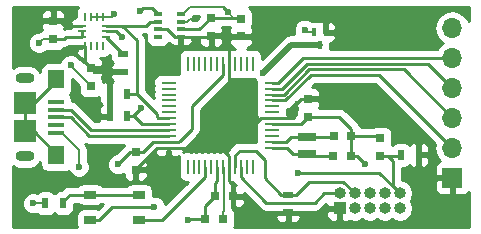
<source format=gtl>
G04 #@! TF.FileFunction,Copper,L1,Top,Signal*
%FSLAX46Y46*%
G04 Gerber Fmt 4.6, Leading zero omitted, Abs format (unit mm)*
G04 Created by KiCad (PCBNEW 4.0.6) date Tue Sep  5 19:33:10 2017*
%MOMM*%
%LPD*%
G01*
G04 APERTURE LIST*
%ADD10C,0.150000*%
%ADD11R,0.750000X0.800000*%
%ADD12R,0.800000X0.750000*%
%ADD13R,1.348740X0.398780*%
%ADD14O,1.597660X0.899160*%
%ADD15R,1.399540X1.597660*%
%ADD16R,1.899920X1.899920*%
%ADD17R,0.500000X0.900000*%
%ADD18R,0.900000X0.500000*%
%ADD19R,1.000000X1.000000*%
%ADD20O,1.000000X1.000000*%
%ADD21R,0.460000X0.650000*%
%ADD22R,1.049020X0.647700*%
%ADD23R,1.300000X0.250000*%
%ADD24R,0.250000X1.300000*%
%ADD25R,0.250000X0.675000*%
%ADD26R,0.675000X0.250000*%
%ADD27R,0.800000X0.350000*%
%ADD28R,1.500000X0.800000*%
%ADD29R,1.700000X1.700000*%
%ADD30O,1.700000X1.700000*%
%ADD31C,0.600000*%
%ADD32C,0.250000*%
%ADD33C,0.200000*%
%ADD34C,0.500000*%
%ADD35C,0.254000*%
G04 APERTURE END LIST*
D10*
D11*
X165400000Y-88350000D03*
X165400000Y-86850000D03*
D12*
X157500000Y-95100000D03*
X159000000Y-95100000D03*
X158200000Y-97000000D03*
X156700000Y-97000000D03*
D11*
X150800000Y-91350000D03*
X150800000Y-92850000D03*
X159700000Y-81550000D03*
X159700000Y-80050000D03*
X157200000Y-81500000D03*
X157200000Y-80000000D03*
X143800000Y-80250000D03*
X143800000Y-81750000D03*
X147000000Y-85750000D03*
X147000000Y-84250000D03*
D13*
X144070000Y-87104200D03*
X144070000Y-87754440D03*
X144070000Y-88402140D03*
X144070000Y-89049840D03*
X144070000Y-89700080D03*
D14*
X141400460Y-85102680D03*
X141400460Y-91701600D03*
D15*
X144070000Y-85204280D03*
X144070000Y-91600000D03*
D16*
X141395380Y-87203260D03*
X141395380Y-89601020D03*
D11*
X171500000Y-90200000D03*
X171500000Y-91700000D03*
D12*
X169000000Y-91700000D03*
X167500000Y-91700000D03*
X169050000Y-90000000D03*
X167550000Y-90000000D03*
D17*
X174750000Y-91600000D03*
X173250000Y-91600000D03*
D18*
X163700000Y-96450000D03*
X163700000Y-94950000D03*
D19*
X168060000Y-96100000D03*
D20*
X168060000Y-94830000D03*
X169330000Y-96100000D03*
X169330000Y-94830000D03*
X170600000Y-96100000D03*
X170600000Y-94830000D03*
X171870000Y-96100000D03*
X171870000Y-94830000D03*
X173140000Y-96100000D03*
X173140000Y-94830000D03*
D21*
X166900000Y-81200000D03*
X165900000Y-81200000D03*
X166400000Y-82250000D03*
D17*
X143150000Y-95700000D03*
X144650000Y-95700000D03*
X148600000Y-88300000D03*
X150100000Y-88300000D03*
X148600000Y-86400000D03*
X150100000Y-86400000D03*
D18*
X149700000Y-84550000D03*
X149700000Y-83050000D03*
D22*
X146927360Y-94951160D03*
X151072640Y-94951160D03*
X146927360Y-97100000D03*
X151072640Y-97100000D03*
D23*
X162300000Y-90981108D03*
X162300000Y-90481108D03*
X162300000Y-89981108D03*
X162300000Y-89481108D03*
X162300000Y-88981108D03*
X162300000Y-88481108D03*
X162300000Y-87981108D03*
X162300000Y-87481108D03*
X162300000Y-86981108D03*
X162300000Y-86481108D03*
X162300000Y-85981108D03*
X162300000Y-85481108D03*
D24*
X160700000Y-83881108D03*
X160200000Y-83881108D03*
X159700000Y-83881108D03*
X159200000Y-83881108D03*
X158700000Y-83881108D03*
X158200000Y-83881108D03*
X157700000Y-83881108D03*
X157200000Y-83881108D03*
X156700000Y-83881108D03*
X156200000Y-83881108D03*
X155700000Y-83881108D03*
X155200000Y-83881108D03*
D23*
X153600000Y-85481108D03*
X153600000Y-85981108D03*
X153600000Y-86481108D03*
X153600000Y-86981108D03*
X153600000Y-87481108D03*
X153600000Y-87981108D03*
X153600000Y-88481108D03*
X153600000Y-88981108D03*
X153600000Y-89481108D03*
X153600000Y-89981108D03*
X153600000Y-90481108D03*
X153600000Y-90981108D03*
D24*
X155200000Y-92581108D03*
X155700000Y-92581108D03*
X156200000Y-92581108D03*
X156700000Y-92581108D03*
X157200000Y-92581108D03*
X157700000Y-92581108D03*
X158200000Y-92581108D03*
X158700000Y-92581108D03*
X159200000Y-92581108D03*
X159700000Y-92581108D03*
X160200000Y-92581108D03*
X160700000Y-92581108D03*
D25*
X148000000Y-79875000D03*
X147500000Y-79875000D03*
X147000000Y-79875000D03*
X146500000Y-79875000D03*
D26*
X146237500Y-80637500D03*
X146237500Y-81137500D03*
X146237500Y-81637500D03*
D25*
X146500000Y-82400000D03*
X147000000Y-82400000D03*
X147500000Y-82400000D03*
X148000000Y-82400000D03*
D26*
X148262500Y-81637500D03*
X148262500Y-81137500D03*
X148262500Y-80637500D03*
D27*
X152700000Y-80950000D03*
X154600000Y-80950000D03*
X152700000Y-80300000D03*
X154600000Y-80300000D03*
X154600000Y-81600000D03*
X152700000Y-81600000D03*
X152700000Y-79650000D03*
X154600000Y-79650000D03*
D28*
X165300000Y-91550000D03*
X165300000Y-90050000D03*
D29*
X177600000Y-93540000D03*
D30*
X177600000Y-91000000D03*
X177600000Y-88460000D03*
X177600000Y-85920000D03*
X177600000Y-83380000D03*
X177600000Y-80840000D03*
D31*
X147798559Y-92513690D03*
X147338795Y-87863721D03*
X170400000Y-88200000D03*
X155935020Y-80071177D03*
X158500000Y-81600000D03*
X161590902Y-84635916D03*
X158600000Y-79525000D03*
X149300000Y-92400000D03*
X155200000Y-97100000D03*
X170200000Y-92400000D03*
X149000000Y-79700000D03*
X142600000Y-82100000D03*
X145300000Y-84000000D03*
X146000000Y-92600000D03*
X142100000Y-95700000D03*
X165100000Y-81000000D03*
X152380711Y-95974280D03*
X164500000Y-93100000D03*
X151126658Y-79414038D03*
X149600000Y-81600000D03*
X151244894Y-87655106D03*
D32*
X157444999Y-87822335D02*
X157444999Y-88500001D01*
X158700000Y-83881108D02*
X158700000Y-86567334D01*
X157444999Y-88500001D02*
X157769999Y-88825001D01*
X158700000Y-86567334D02*
X157444999Y-87822335D01*
X157769999Y-88825001D02*
X161056107Y-88825001D01*
X161056107Y-88825001D02*
X161400000Y-88481108D01*
X161400000Y-88481108D02*
X162300000Y-88481108D01*
X149700000Y-84550000D02*
X147300000Y-84550000D01*
X147300000Y-84550000D02*
X147000000Y-84250000D01*
X153600000Y-90981108D02*
X158000000Y-90981108D01*
X158000000Y-90981108D02*
X158700000Y-91681108D01*
X158700000Y-91681108D02*
X158700000Y-92581108D01*
X152700000Y-80950000D02*
X153439998Y-80950000D01*
X153439998Y-80950000D02*
X154089998Y-81600000D01*
X154089998Y-81600000D02*
X154600000Y-81600000D01*
X146450000Y-83750000D02*
X146000000Y-83300000D01*
X146500000Y-83750000D02*
X146450000Y-83750000D01*
X146500000Y-82400000D02*
X146125000Y-82400000D01*
X146125000Y-82400000D02*
X145825000Y-82700000D01*
X158700000Y-83881108D02*
X158700000Y-81800000D01*
X158700000Y-81800000D02*
X158500000Y-81600000D01*
X165400000Y-86850000D02*
X169050000Y-86850000D01*
X169050000Y-86850000D02*
X170400000Y-88200000D01*
D33*
X155935020Y-80071177D02*
X155405709Y-80071177D01*
X155405709Y-80071177D02*
X155176886Y-80300000D01*
X155176886Y-80300000D02*
X154600000Y-80300000D01*
X155905220Y-80100977D02*
X155935020Y-80071177D01*
X158500000Y-81600000D02*
X159650000Y-81600000D01*
X159650000Y-81600000D02*
X159700000Y-81550000D01*
D32*
X150800000Y-92850000D02*
X150800000Y-92825000D01*
X150800000Y-92825000D02*
X152643892Y-90981108D01*
X152643892Y-90981108D02*
X152700000Y-90981108D01*
X152700000Y-90981108D02*
X153600000Y-90981108D01*
X154600000Y-81600000D02*
X157100000Y-81600000D01*
X157100000Y-81600000D02*
X157200000Y-81500000D01*
X143800000Y-80250000D02*
X144425000Y-80250000D01*
X144425000Y-80250000D02*
X144812500Y-80637500D01*
X144812500Y-80637500D02*
X146237500Y-80637500D01*
X146500000Y-82400000D02*
X146500000Y-83750000D01*
X146500000Y-83750000D02*
X147000000Y-84250000D01*
X158700000Y-93800000D02*
X159000000Y-94100000D01*
X159000000Y-94100000D02*
X159000000Y-95100000D01*
X158700000Y-92581108D02*
X158700000Y-93800000D01*
X164300000Y-88300000D02*
X164118892Y-88481108D01*
X164118892Y-88481108D02*
X162300000Y-88481108D01*
X164300000Y-87325000D02*
X164300000Y-88300000D01*
X165400000Y-86850000D02*
X164775000Y-86850000D01*
X164775000Y-86850000D02*
X164300000Y-87325000D01*
D34*
X166400000Y-82250000D02*
X163976818Y-82250000D01*
X163976818Y-82250000D02*
X161590902Y-84635916D01*
D32*
X157200000Y-80000000D02*
X159650000Y-80000000D01*
X159650000Y-80000000D02*
X159700000Y-80050000D01*
D33*
X158600000Y-79525000D02*
X159125000Y-80050000D01*
D32*
X158166999Y-79091999D02*
X158600000Y-79525000D01*
X158200000Y-83881108D02*
X158200000Y-84847832D01*
X158200000Y-84847832D02*
X155554786Y-87493046D01*
X155554786Y-87493046D02*
X155554786Y-89386324D01*
X155554786Y-89386324D02*
X154510001Y-90431109D01*
X154500000Y-90431109D02*
X154500000Y-90481108D01*
X154510001Y-90431109D02*
X154500000Y-90431109D01*
X154500000Y-90481108D02*
X153600000Y-90481108D01*
X157200000Y-80000000D02*
X157138597Y-80000000D01*
X157138597Y-80000000D02*
X156188597Y-80950000D01*
X156188597Y-80950000D02*
X155250000Y-80950000D01*
X155250000Y-80950000D02*
X154600000Y-80950000D01*
D33*
X154600000Y-79650000D02*
X154825000Y-79650000D01*
X154825000Y-79650000D02*
X155383001Y-79091999D01*
X155383001Y-79091999D02*
X158166999Y-79091999D01*
X159125000Y-80050000D02*
X159700000Y-80050000D01*
D32*
X150800000Y-91350000D02*
X150350000Y-91350000D01*
X150350000Y-91350000D02*
X149300000Y-92400000D01*
X156700000Y-97000000D02*
X155300000Y-97000000D01*
X155300000Y-97000000D02*
X155200000Y-97100000D01*
X156700000Y-97000000D02*
X156700000Y-95900000D01*
X156700000Y-95900000D02*
X157500000Y-95100000D01*
X169000000Y-91700000D02*
X169500000Y-91700000D01*
X169500000Y-91700000D02*
X170200000Y-92400000D01*
X165400000Y-88350000D02*
X168025000Y-88350000D01*
X168025000Y-88350000D02*
X169050000Y-89375000D01*
X169050000Y-89375000D02*
X169050000Y-90000000D01*
X169050000Y-90000000D02*
X171300000Y-90000000D01*
X171300000Y-90000000D02*
X171500000Y-90200000D01*
X169050000Y-90000000D02*
X169050000Y-91650000D01*
X169050000Y-91650000D02*
X169000000Y-91700000D01*
D33*
X148000000Y-79875000D02*
X148825000Y-79875000D01*
X148825000Y-79875000D02*
X149000000Y-79700000D01*
X148000000Y-79875000D02*
X147500000Y-79875000D01*
X147000000Y-79875000D02*
X147500000Y-79875000D01*
X143800000Y-81750000D02*
X142950000Y-81750000D01*
X142950000Y-81750000D02*
X142600000Y-82100000D01*
X147000000Y-85750000D02*
X147000000Y-85725000D01*
X147000000Y-85725000D02*
X145300000Y-84025000D01*
X145300000Y-84025000D02*
X145300000Y-84000000D01*
X144070000Y-89700080D02*
X144544980Y-89700080D01*
X144544980Y-89700080D02*
X146000000Y-91155100D01*
X146000000Y-91155100D02*
X146000000Y-92600000D01*
X143150000Y-95700000D02*
X142100000Y-95700000D01*
X165900000Y-81200000D02*
X165300000Y-81200000D01*
X165300000Y-81200000D02*
X165100000Y-81000000D01*
D32*
X150800000Y-91350000D02*
X151425000Y-91350000D01*
X151425000Y-91350000D02*
X152293892Y-90481108D01*
X152293892Y-90481108D02*
X152700000Y-90481108D01*
X152700000Y-90481108D02*
X153600000Y-90481108D01*
X143800000Y-81750000D02*
X144762766Y-81750000D01*
X144879358Y-81633408D02*
X146233408Y-81633408D01*
X144762766Y-81750000D02*
X144879358Y-81633408D01*
X146233408Y-81633408D02*
X146237500Y-81637500D01*
X146237500Y-81137500D02*
X146237500Y-81637500D01*
X157700000Y-92581108D02*
X157700000Y-93793660D01*
X157500000Y-93993660D02*
X157500000Y-95100000D01*
X157700000Y-93793660D02*
X157500000Y-93993660D01*
X162300000Y-88981108D02*
X164768892Y-88981108D01*
X164768892Y-88981108D02*
X165400000Y-88350000D01*
D33*
X158200000Y-97000000D02*
X158200000Y-96425000D01*
X158200000Y-96425000D02*
X158255450Y-96369550D01*
X158255450Y-96369550D02*
X158255450Y-92636558D01*
X158255450Y-92636558D02*
X158200000Y-92581108D01*
D32*
X144370000Y-87754440D02*
X145290676Y-87754440D01*
X152700000Y-89481108D02*
X153600000Y-89481108D01*
X145290676Y-87754440D02*
X147017344Y-89481108D01*
X147017344Y-89481108D02*
X152700000Y-89481108D01*
X144370000Y-88402140D02*
X145294370Y-88402140D01*
X145294370Y-88402140D02*
X146873338Y-89981108D01*
X146873338Y-89981108D02*
X152700000Y-89981108D01*
X152700000Y-89981108D02*
X153600000Y-89981108D01*
X144070000Y-91600000D02*
X144070000Y-91522322D01*
X144070000Y-91522322D02*
X142148698Y-89601020D01*
X142148698Y-89601020D02*
X141395380Y-89601020D01*
X141395380Y-87203260D02*
X142187278Y-87203260D01*
X142187278Y-87203260D02*
X144070000Y-85320538D01*
X144070000Y-85320538D02*
X144070000Y-85204280D01*
X141395380Y-89601020D02*
X141395380Y-87203260D01*
X172570000Y-92145000D02*
X172570000Y-94260000D01*
X172570000Y-94260000D02*
X173140000Y-94830000D01*
X164500000Y-93100000D02*
X171410000Y-93100000D01*
X171410000Y-93100000D02*
X173140000Y-94830000D01*
X151956447Y-95974280D02*
X152380711Y-95974280D01*
X147701870Y-97100000D02*
X148827590Y-95974280D01*
X146927360Y-97100000D02*
X147701870Y-97100000D01*
X148827590Y-95974280D02*
X151956447Y-95974280D01*
X172570000Y-92145000D02*
X172125000Y-91700000D01*
X172125000Y-91700000D02*
X171500000Y-91700000D01*
X171500000Y-91700000D02*
X173150000Y-91700000D01*
X173150000Y-91700000D02*
X173250000Y-91600000D01*
X167500000Y-91700000D02*
X165450000Y-91700000D01*
X165450000Y-91700000D02*
X165300000Y-91550000D01*
X163581108Y-90981108D02*
X164150000Y-91550000D01*
X164150000Y-91550000D02*
X165300000Y-91550000D01*
X162300000Y-90981108D02*
X163581108Y-90981108D01*
X165300000Y-90050000D02*
X167500000Y-90050000D01*
X167500000Y-90050000D02*
X167550000Y-90000000D01*
X163518892Y-90481108D02*
X163950000Y-90050000D01*
X163950000Y-90050000D02*
X165300000Y-90050000D01*
X162300000Y-90481108D02*
X163518892Y-90481108D01*
X163700000Y-94950000D02*
X164400000Y-94950000D01*
X164400000Y-94950000D02*
X165473692Y-93876308D01*
X165473692Y-93876308D02*
X168376308Y-93876308D01*
X168376308Y-93876308D02*
X169330000Y-94830000D01*
X163700000Y-94950000D02*
X163100611Y-94950000D01*
X163100611Y-94950000D02*
X161712121Y-93561510D01*
X161712121Y-93561510D02*
X161712121Y-91987517D01*
X159599600Y-91221508D02*
X159200000Y-91621108D01*
X161712121Y-91987517D02*
X160946112Y-91221508D01*
X160946112Y-91221508D02*
X159599600Y-91221508D01*
X159200000Y-91621108D02*
X159200000Y-91681108D01*
X159200000Y-91681108D02*
X159200000Y-92581108D01*
X166782894Y-94830000D02*
X168060000Y-94830000D01*
X159700000Y-93481108D02*
X159700000Y-92581108D01*
X166782894Y-94830000D02*
X165974971Y-95637923D01*
X165974971Y-95637923D02*
X161856815Y-95637923D01*
X161856815Y-95637923D02*
X159700000Y-93481108D01*
X151072640Y-94951160D02*
X146927360Y-94951160D01*
X146927360Y-94951160D02*
X145198840Y-94951160D01*
X145198840Y-94951160D02*
X144650000Y-95500000D01*
X144650000Y-95500000D02*
X144650000Y-95700000D01*
X152700000Y-79650000D02*
X152164551Y-79114551D01*
X152164551Y-79114551D02*
X151426145Y-79114551D01*
X151426145Y-79114551D02*
X151126658Y-79414038D01*
X149600000Y-81600000D02*
X149137500Y-81137500D01*
X149137500Y-81137500D02*
X148262500Y-81137500D01*
X150100000Y-88300000D02*
X150600000Y-88300000D01*
X150600000Y-88300000D02*
X151244894Y-87655106D01*
X153600000Y-88981108D02*
X151296827Y-88981108D01*
X151296827Y-88981108D02*
X150624847Y-88309128D01*
X150624847Y-88309128D02*
X150109128Y-88309128D01*
X150109128Y-88309128D02*
X150100000Y-88300000D01*
X148262500Y-80637500D02*
X151712500Y-80637500D01*
X152050000Y-80300000D02*
X152700000Y-80300000D01*
X151712500Y-80637500D02*
X152050000Y-80300000D01*
X153600000Y-88481108D02*
X152929589Y-88481108D01*
X152929589Y-88481108D02*
X152879590Y-88431109D01*
X152879590Y-88431109D02*
X152689999Y-88431109D01*
X152689999Y-88431109D02*
X152624999Y-88366109D01*
X152624999Y-88366109D02*
X152624999Y-88151326D01*
X152624999Y-88151326D02*
X150873673Y-86400000D01*
X150873673Y-86400000D02*
X150100000Y-86400000D01*
X150100000Y-86400000D02*
X150886039Y-86400000D01*
X150886039Y-86400000D02*
X150886039Y-81886048D01*
X150886039Y-81886048D02*
X149637491Y-80637500D01*
X149637491Y-80637500D02*
X148262500Y-80637500D01*
X148262500Y-81637500D02*
X148287500Y-81637500D01*
X148287500Y-81637500D02*
X149700000Y-83050000D01*
X151072640Y-97100000D02*
X153041110Y-97100000D01*
X153041110Y-97100000D02*
X156650001Y-93491109D01*
X156650001Y-93491109D02*
X156650001Y-92631107D01*
X156650001Y-92631107D02*
X156700000Y-92581108D01*
X171400714Y-84800714D02*
X165653214Y-84800714D01*
X177600000Y-91000000D02*
X171400714Y-84800714D01*
X165653214Y-84800714D02*
X163472820Y-86981108D01*
X163200000Y-86981108D02*
X162300000Y-86981108D01*
X163472820Y-86981108D02*
X163200000Y-86981108D01*
X163200000Y-86481108D02*
X162300000Y-86481108D01*
X163336409Y-86481108D02*
X163200000Y-86481108D01*
X165466814Y-84350703D02*
X163336409Y-86481108D01*
X177600000Y-88460000D02*
X173490703Y-84350703D01*
X173490703Y-84350703D02*
X165466814Y-84350703D01*
X165280416Y-83900692D02*
X163200000Y-85981108D01*
X177600000Y-85920000D02*
X175580692Y-83900692D01*
X175580692Y-83900692D02*
X165280416Y-83900692D01*
X163200000Y-85981108D02*
X162300000Y-85981108D01*
X162300000Y-85481108D02*
X162825000Y-85481108D01*
X162825000Y-85481108D02*
X164926108Y-83380000D01*
X176397919Y-83380000D02*
X177600000Y-83380000D01*
X164926108Y-83380000D02*
X176397919Y-83380000D01*
D35*
G36*
X146582499Y-90683256D02*
X146873338Y-90741108D01*
X149819862Y-90741108D01*
X149803552Y-90821646D01*
X149160320Y-91464878D01*
X149114833Y-91464838D01*
X148771057Y-91606883D01*
X148507808Y-91869673D01*
X148365162Y-92213201D01*
X148364838Y-92585167D01*
X148506883Y-92928943D01*
X148769673Y-93192192D01*
X149113201Y-93334838D01*
X149485167Y-93335162D01*
X149790000Y-93209208D01*
X149790000Y-93376309D01*
X149886673Y-93609698D01*
X150065301Y-93788327D01*
X150298690Y-93885000D01*
X150514250Y-93885000D01*
X150673000Y-93726250D01*
X150673000Y-92977000D01*
X150927000Y-92977000D01*
X150927000Y-93726250D01*
X151085750Y-93885000D01*
X151301310Y-93885000D01*
X151534699Y-93788327D01*
X151713327Y-93609698D01*
X151810000Y-93376309D01*
X151810000Y-93135750D01*
X151651250Y-92977000D01*
X150927000Y-92977000D01*
X150673000Y-92977000D01*
X150653000Y-92977000D01*
X150653000Y-92723000D01*
X150673000Y-92723000D01*
X150673000Y-92703000D01*
X150927000Y-92703000D01*
X150927000Y-92723000D01*
X151651250Y-92723000D01*
X151810000Y-92564250D01*
X151810000Y-92323691D01*
X151713327Y-92090302D01*
X151711957Y-92088932D01*
X151754945Y-92026018D01*
X151962401Y-91887401D01*
X152403566Y-91446236D01*
X152411673Y-91465807D01*
X152590302Y-91644435D01*
X152823691Y-91741108D01*
X153314250Y-91741108D01*
X153473000Y-91582358D01*
X153473000Y-91253548D01*
X153727000Y-91253548D01*
X153727000Y-91582358D01*
X153885750Y-91741108D01*
X154376309Y-91741108D01*
X154474251Y-91700539D01*
X154427560Y-91931108D01*
X154427560Y-93231108D01*
X154471838Y-93466425D01*
X154610910Y-93682549D01*
X154823110Y-93827539D01*
X155075000Y-93878548D01*
X155187760Y-93878548D01*
X153304564Y-95761744D01*
X153173828Y-95445337D01*
X152911038Y-95182088D01*
X152567510Y-95039442D01*
X152244590Y-95039161D01*
X152244590Y-94627310D01*
X152200312Y-94391993D01*
X152061240Y-94175869D01*
X151849040Y-94030879D01*
X151597150Y-93979870D01*
X150548130Y-93979870D01*
X150312813Y-94024148D01*
X150096689Y-94163220D01*
X150077598Y-94191160D01*
X147925799Y-94191160D01*
X147915960Y-94175869D01*
X147703760Y-94030879D01*
X147451870Y-93979870D01*
X146402850Y-93979870D01*
X146167533Y-94024148D01*
X145951409Y-94163220D01*
X145932318Y-94191160D01*
X145198840Y-94191160D01*
X144908001Y-94249012D01*
X144661439Y-94413759D01*
X144472638Y-94602560D01*
X144400000Y-94602560D01*
X144164683Y-94646838D01*
X143948559Y-94785910D01*
X143900866Y-94855711D01*
X143864090Y-94798559D01*
X143651890Y-94653569D01*
X143400000Y-94602560D01*
X142900000Y-94602560D01*
X142664683Y-94646838D01*
X142448559Y-94785910D01*
X142423851Y-94822071D01*
X142286799Y-94765162D01*
X141914833Y-94764838D01*
X141571057Y-94906883D01*
X141307808Y-95169673D01*
X141165162Y-95513201D01*
X141164838Y-95885167D01*
X141306883Y-96228943D01*
X141569673Y-96492192D01*
X141913201Y-96634838D01*
X142285167Y-96635162D01*
X142421390Y-96578876D01*
X142435910Y-96601441D01*
X142648110Y-96746431D01*
X142900000Y-96797440D01*
X143400000Y-96797440D01*
X143635317Y-96753162D01*
X143851441Y-96614090D01*
X143899134Y-96544289D01*
X143935910Y-96601441D01*
X144148110Y-96746431D01*
X144400000Y-96797440D01*
X144900000Y-96797440D01*
X145135317Y-96753162D01*
X145351441Y-96614090D01*
X145496431Y-96401890D01*
X145547440Y-96150000D01*
X145547440Y-95711160D01*
X145928921Y-95711160D01*
X145938760Y-95726451D01*
X146150960Y-95871441D01*
X146402850Y-95922450D01*
X147451870Y-95922450D01*
X147687187Y-95878172D01*
X147903311Y-95739100D01*
X147922402Y-95711160D01*
X148015907Y-95711160D01*
X147573689Y-96153379D01*
X147451870Y-96128710D01*
X146402850Y-96128710D01*
X146167533Y-96172988D01*
X145951409Y-96312060D01*
X145806419Y-96524260D01*
X145755410Y-96776150D01*
X145755410Y-97423850D01*
X145799688Y-97659167D01*
X145819528Y-97690000D01*
X140410000Y-97690000D01*
X140410000Y-92571276D01*
X140608069Y-92703621D01*
X141023120Y-92786180D01*
X141777800Y-92786180D01*
X142192851Y-92703621D01*
X142544714Y-92468514D01*
X142722790Y-92202004D01*
X142722790Y-92398830D01*
X142767068Y-92634147D01*
X142906140Y-92850271D01*
X143118340Y-92995261D01*
X143370230Y-93046270D01*
X144769770Y-93046270D01*
X145005087Y-93001992D01*
X145123061Y-92926078D01*
X145206883Y-93128943D01*
X145469673Y-93392192D01*
X145813201Y-93534838D01*
X146185167Y-93535162D01*
X146528943Y-93393117D01*
X146792192Y-93130327D01*
X146934838Y-92786799D01*
X146935162Y-92414833D01*
X146793117Y-92071057D01*
X146735000Y-92012838D01*
X146735000Y-91155100D01*
X146679051Y-90873828D01*
X146526885Y-90646096D01*
X146582499Y-90683256D01*
X146582499Y-90683256D01*
G37*
X146582499Y-90683256D02*
X146873338Y-90741108D01*
X149819862Y-90741108D01*
X149803552Y-90821646D01*
X149160320Y-91464878D01*
X149114833Y-91464838D01*
X148771057Y-91606883D01*
X148507808Y-91869673D01*
X148365162Y-92213201D01*
X148364838Y-92585167D01*
X148506883Y-92928943D01*
X148769673Y-93192192D01*
X149113201Y-93334838D01*
X149485167Y-93335162D01*
X149790000Y-93209208D01*
X149790000Y-93376309D01*
X149886673Y-93609698D01*
X150065301Y-93788327D01*
X150298690Y-93885000D01*
X150514250Y-93885000D01*
X150673000Y-93726250D01*
X150673000Y-92977000D01*
X150927000Y-92977000D01*
X150927000Y-93726250D01*
X151085750Y-93885000D01*
X151301310Y-93885000D01*
X151534699Y-93788327D01*
X151713327Y-93609698D01*
X151810000Y-93376309D01*
X151810000Y-93135750D01*
X151651250Y-92977000D01*
X150927000Y-92977000D01*
X150673000Y-92977000D01*
X150653000Y-92977000D01*
X150653000Y-92723000D01*
X150673000Y-92723000D01*
X150673000Y-92703000D01*
X150927000Y-92703000D01*
X150927000Y-92723000D01*
X151651250Y-92723000D01*
X151810000Y-92564250D01*
X151810000Y-92323691D01*
X151713327Y-92090302D01*
X151711957Y-92088932D01*
X151754945Y-92026018D01*
X151962401Y-91887401D01*
X152403566Y-91446236D01*
X152411673Y-91465807D01*
X152590302Y-91644435D01*
X152823691Y-91741108D01*
X153314250Y-91741108D01*
X153473000Y-91582358D01*
X153473000Y-91253548D01*
X153727000Y-91253548D01*
X153727000Y-91582358D01*
X153885750Y-91741108D01*
X154376309Y-91741108D01*
X154474251Y-91700539D01*
X154427560Y-91931108D01*
X154427560Y-93231108D01*
X154471838Y-93466425D01*
X154610910Y-93682549D01*
X154823110Y-93827539D01*
X155075000Y-93878548D01*
X155187760Y-93878548D01*
X153304564Y-95761744D01*
X153173828Y-95445337D01*
X152911038Y-95182088D01*
X152567510Y-95039442D01*
X152244590Y-95039161D01*
X152244590Y-94627310D01*
X152200312Y-94391993D01*
X152061240Y-94175869D01*
X151849040Y-94030879D01*
X151597150Y-93979870D01*
X150548130Y-93979870D01*
X150312813Y-94024148D01*
X150096689Y-94163220D01*
X150077598Y-94191160D01*
X147925799Y-94191160D01*
X147915960Y-94175869D01*
X147703760Y-94030879D01*
X147451870Y-93979870D01*
X146402850Y-93979870D01*
X146167533Y-94024148D01*
X145951409Y-94163220D01*
X145932318Y-94191160D01*
X145198840Y-94191160D01*
X144908001Y-94249012D01*
X144661439Y-94413759D01*
X144472638Y-94602560D01*
X144400000Y-94602560D01*
X144164683Y-94646838D01*
X143948559Y-94785910D01*
X143900866Y-94855711D01*
X143864090Y-94798559D01*
X143651890Y-94653569D01*
X143400000Y-94602560D01*
X142900000Y-94602560D01*
X142664683Y-94646838D01*
X142448559Y-94785910D01*
X142423851Y-94822071D01*
X142286799Y-94765162D01*
X141914833Y-94764838D01*
X141571057Y-94906883D01*
X141307808Y-95169673D01*
X141165162Y-95513201D01*
X141164838Y-95885167D01*
X141306883Y-96228943D01*
X141569673Y-96492192D01*
X141913201Y-96634838D01*
X142285167Y-96635162D01*
X142421390Y-96578876D01*
X142435910Y-96601441D01*
X142648110Y-96746431D01*
X142900000Y-96797440D01*
X143400000Y-96797440D01*
X143635317Y-96753162D01*
X143851441Y-96614090D01*
X143899134Y-96544289D01*
X143935910Y-96601441D01*
X144148110Y-96746431D01*
X144400000Y-96797440D01*
X144900000Y-96797440D01*
X145135317Y-96753162D01*
X145351441Y-96614090D01*
X145496431Y-96401890D01*
X145547440Y-96150000D01*
X145547440Y-95711160D01*
X145928921Y-95711160D01*
X145938760Y-95726451D01*
X146150960Y-95871441D01*
X146402850Y-95922450D01*
X147451870Y-95922450D01*
X147687187Y-95878172D01*
X147903311Y-95739100D01*
X147922402Y-95711160D01*
X148015907Y-95711160D01*
X147573689Y-96153379D01*
X147451870Y-96128710D01*
X146402850Y-96128710D01*
X146167533Y-96172988D01*
X145951409Y-96312060D01*
X145806419Y-96524260D01*
X145755410Y-96776150D01*
X145755410Y-97423850D01*
X145799688Y-97659167D01*
X145819528Y-97690000D01*
X140410000Y-97690000D01*
X140410000Y-92571276D01*
X140608069Y-92703621D01*
X141023120Y-92786180D01*
X141777800Y-92786180D01*
X142192851Y-92703621D01*
X142544714Y-92468514D01*
X142722790Y-92202004D01*
X142722790Y-92398830D01*
X142767068Y-92634147D01*
X142906140Y-92850271D01*
X143118340Y-92995261D01*
X143370230Y-93046270D01*
X144769770Y-93046270D01*
X145005087Y-93001992D01*
X145123061Y-92926078D01*
X145206883Y-93128943D01*
X145469673Y-93392192D01*
X145813201Y-93534838D01*
X146185167Y-93535162D01*
X146528943Y-93393117D01*
X146792192Y-93130327D01*
X146934838Y-92786799D01*
X146935162Y-92414833D01*
X146793117Y-92071057D01*
X146735000Y-92012838D01*
X146735000Y-91155100D01*
X146679051Y-90873828D01*
X146526885Y-90646096D01*
X146582499Y-90683256D01*
G36*
X176158790Y-90633592D02*
X176085907Y-91000000D01*
X176198946Y-91568285D01*
X176520853Y-92050054D01*
X176564777Y-92079403D01*
X176390302Y-92151673D01*
X176211673Y-92330301D01*
X176115000Y-92563690D01*
X176115000Y-93254250D01*
X176273750Y-93413000D01*
X177473000Y-93413000D01*
X177473000Y-93393000D01*
X177727000Y-93393000D01*
X177727000Y-93413000D01*
X177747000Y-93413000D01*
X177747000Y-93667000D01*
X177727000Y-93667000D01*
X177727000Y-94866250D01*
X177885750Y-95025000D01*
X178576309Y-95025000D01*
X178809698Y-94928327D01*
X178988327Y-94749699D01*
X178990000Y-94745660D01*
X178990000Y-97690000D01*
X159153310Y-97690000D01*
X159196431Y-97626890D01*
X159247440Y-97375000D01*
X159247440Y-96733750D01*
X162615000Y-96733750D01*
X162615000Y-96826309D01*
X162711673Y-97059698D01*
X162890301Y-97238327D01*
X163123690Y-97335000D01*
X163414250Y-97335000D01*
X163573000Y-97176250D01*
X163573000Y-96575000D01*
X163827000Y-96575000D01*
X163827000Y-97176250D01*
X163985750Y-97335000D01*
X164276310Y-97335000D01*
X164509699Y-97238327D01*
X164688327Y-97059698D01*
X164785000Y-96826309D01*
X164785000Y-96733750D01*
X164626250Y-96575000D01*
X163827000Y-96575000D01*
X163573000Y-96575000D01*
X162773750Y-96575000D01*
X162615000Y-96733750D01*
X159247440Y-96733750D01*
X159247440Y-96625000D01*
X159203162Y-96389683D01*
X159064090Y-96173559D01*
X158990450Y-96123243D01*
X158990450Y-95227000D01*
X159127000Y-95227000D01*
X159127000Y-95951250D01*
X159285750Y-96110000D01*
X159526309Y-96110000D01*
X159759698Y-96013327D01*
X159938327Y-95834699D01*
X160035000Y-95601310D01*
X160035000Y-95385750D01*
X159876250Y-95227000D01*
X159127000Y-95227000D01*
X158990450Y-95227000D01*
X158990450Y-93861426D01*
X159068154Y-93877162D01*
X159162599Y-94018509D01*
X159259920Y-94115830D01*
X159127000Y-94248750D01*
X159127000Y-94973000D01*
X159876250Y-94973000D01*
X159996670Y-94852580D01*
X161319414Y-96175324D01*
X161565976Y-96340071D01*
X161856815Y-96397923D01*
X165974971Y-96397923D01*
X166036168Y-96385750D01*
X166925000Y-96385750D01*
X166925000Y-96726309D01*
X167021673Y-96959698D01*
X167200301Y-97138327D01*
X167433690Y-97235000D01*
X167774250Y-97235000D01*
X167933000Y-97076250D01*
X167933000Y-96227000D01*
X167083750Y-96227000D01*
X166925000Y-96385750D01*
X166036168Y-96385750D01*
X166265810Y-96340071D01*
X166512372Y-96175324D01*
X166925000Y-95762696D01*
X166925000Y-95814250D01*
X167083750Y-95973000D01*
X167933000Y-95973000D01*
X167933000Y-95961974D01*
X168060000Y-95987236D01*
X168187000Y-95961974D01*
X168187000Y-95973000D01*
X168207000Y-95973000D01*
X168207000Y-96017436D01*
X168195000Y-96077764D01*
X168195000Y-96122236D01*
X168207000Y-96182564D01*
X168207000Y-96227000D01*
X168187000Y-96227000D01*
X168187000Y-97076250D01*
X168345750Y-97235000D01*
X168686310Y-97235000D01*
X168874818Y-97156917D01*
X168895654Y-97170839D01*
X169330000Y-97257236D01*
X169764346Y-97170839D01*
X169965000Y-97036766D01*
X170165654Y-97170839D01*
X170600000Y-97257236D01*
X171034346Y-97170839D01*
X171235000Y-97036766D01*
X171435654Y-97170839D01*
X171870000Y-97257236D01*
X172304346Y-97170839D01*
X172505000Y-97036766D01*
X172705654Y-97170839D01*
X173140000Y-97257236D01*
X173574346Y-97170839D01*
X173942566Y-96924802D01*
X174188603Y-96556582D01*
X174275000Y-96122236D01*
X174275000Y-96077764D01*
X174188603Y-95643418D01*
X174069388Y-95465000D01*
X174188603Y-95286582D01*
X174275000Y-94852236D01*
X174275000Y-94807764D01*
X174188603Y-94373418D01*
X173942566Y-94005198D01*
X173674004Y-93825750D01*
X176115000Y-93825750D01*
X176115000Y-94516310D01*
X176211673Y-94749699D01*
X176390302Y-94928327D01*
X176623691Y-95025000D01*
X177314250Y-95025000D01*
X177473000Y-94866250D01*
X177473000Y-93667000D01*
X176273750Y-93667000D01*
X176115000Y-93825750D01*
X173674004Y-93825750D01*
X173574346Y-93759161D01*
X173330000Y-93710557D01*
X173330000Y-92697440D01*
X173500000Y-92697440D01*
X173735317Y-92653162D01*
X173951441Y-92514090D01*
X173997969Y-92445994D01*
X174140302Y-92588327D01*
X174373691Y-92685000D01*
X174466250Y-92685000D01*
X174625000Y-92526250D01*
X174625000Y-91727000D01*
X174875000Y-91727000D01*
X174875000Y-92526250D01*
X175033750Y-92685000D01*
X175126309Y-92685000D01*
X175359698Y-92588327D01*
X175538327Y-92409699D01*
X175635000Y-92176310D01*
X175635000Y-91885750D01*
X175476250Y-91727000D01*
X174875000Y-91727000D01*
X174625000Y-91727000D01*
X174603000Y-91727000D01*
X174603000Y-91473000D01*
X174625000Y-91473000D01*
X174625000Y-90673750D01*
X174875000Y-90673750D01*
X174875000Y-91473000D01*
X175476250Y-91473000D01*
X175635000Y-91314250D01*
X175635000Y-91023690D01*
X175538327Y-90790301D01*
X175359698Y-90611673D01*
X175126309Y-90515000D01*
X175033750Y-90515000D01*
X174875000Y-90673750D01*
X174625000Y-90673750D01*
X174466250Y-90515000D01*
X174373691Y-90515000D01*
X174140302Y-90611673D01*
X173999064Y-90752910D01*
X173964090Y-90698559D01*
X173751890Y-90553569D01*
X173500000Y-90502560D01*
X173000000Y-90502560D01*
X172764683Y-90546838D01*
X172548559Y-90685910D01*
X172486713Y-90776424D01*
X172522440Y-90600000D01*
X172522440Y-89800000D01*
X172478162Y-89564683D01*
X172339090Y-89348559D01*
X172126890Y-89203569D01*
X171875000Y-89152560D01*
X171125000Y-89152560D01*
X170889683Y-89196838D01*
X170822607Y-89240000D01*
X169956844Y-89240000D01*
X169914090Y-89173559D01*
X169726018Y-89045055D01*
X169587401Y-88837599D01*
X168562401Y-87812599D01*
X168315839Y-87647852D01*
X168025000Y-87590000D01*
X166321486Y-87590000D01*
X166410000Y-87376309D01*
X166410000Y-87135750D01*
X166251250Y-86977000D01*
X165527000Y-86977000D01*
X165527000Y-86997000D01*
X165273000Y-86997000D01*
X165273000Y-86977000D01*
X165253000Y-86977000D01*
X165253000Y-86723000D01*
X165273000Y-86723000D01*
X165273000Y-86703000D01*
X165527000Y-86703000D01*
X165527000Y-86723000D01*
X166251250Y-86723000D01*
X166410000Y-86564250D01*
X166410000Y-86323691D01*
X166313327Y-86090302D01*
X166134699Y-85911673D01*
X165901310Y-85815000D01*
X165713730Y-85815000D01*
X165968016Y-85560714D01*
X171085912Y-85560714D01*
X176158790Y-90633592D01*
X176158790Y-90633592D01*
G37*
X176158790Y-90633592D02*
X176085907Y-91000000D01*
X176198946Y-91568285D01*
X176520853Y-92050054D01*
X176564777Y-92079403D01*
X176390302Y-92151673D01*
X176211673Y-92330301D01*
X176115000Y-92563690D01*
X176115000Y-93254250D01*
X176273750Y-93413000D01*
X177473000Y-93413000D01*
X177473000Y-93393000D01*
X177727000Y-93393000D01*
X177727000Y-93413000D01*
X177747000Y-93413000D01*
X177747000Y-93667000D01*
X177727000Y-93667000D01*
X177727000Y-94866250D01*
X177885750Y-95025000D01*
X178576309Y-95025000D01*
X178809698Y-94928327D01*
X178988327Y-94749699D01*
X178990000Y-94745660D01*
X178990000Y-97690000D01*
X159153310Y-97690000D01*
X159196431Y-97626890D01*
X159247440Y-97375000D01*
X159247440Y-96733750D01*
X162615000Y-96733750D01*
X162615000Y-96826309D01*
X162711673Y-97059698D01*
X162890301Y-97238327D01*
X163123690Y-97335000D01*
X163414250Y-97335000D01*
X163573000Y-97176250D01*
X163573000Y-96575000D01*
X163827000Y-96575000D01*
X163827000Y-97176250D01*
X163985750Y-97335000D01*
X164276310Y-97335000D01*
X164509699Y-97238327D01*
X164688327Y-97059698D01*
X164785000Y-96826309D01*
X164785000Y-96733750D01*
X164626250Y-96575000D01*
X163827000Y-96575000D01*
X163573000Y-96575000D01*
X162773750Y-96575000D01*
X162615000Y-96733750D01*
X159247440Y-96733750D01*
X159247440Y-96625000D01*
X159203162Y-96389683D01*
X159064090Y-96173559D01*
X158990450Y-96123243D01*
X158990450Y-95227000D01*
X159127000Y-95227000D01*
X159127000Y-95951250D01*
X159285750Y-96110000D01*
X159526309Y-96110000D01*
X159759698Y-96013327D01*
X159938327Y-95834699D01*
X160035000Y-95601310D01*
X160035000Y-95385750D01*
X159876250Y-95227000D01*
X159127000Y-95227000D01*
X158990450Y-95227000D01*
X158990450Y-93861426D01*
X159068154Y-93877162D01*
X159162599Y-94018509D01*
X159259920Y-94115830D01*
X159127000Y-94248750D01*
X159127000Y-94973000D01*
X159876250Y-94973000D01*
X159996670Y-94852580D01*
X161319414Y-96175324D01*
X161565976Y-96340071D01*
X161856815Y-96397923D01*
X165974971Y-96397923D01*
X166036168Y-96385750D01*
X166925000Y-96385750D01*
X166925000Y-96726309D01*
X167021673Y-96959698D01*
X167200301Y-97138327D01*
X167433690Y-97235000D01*
X167774250Y-97235000D01*
X167933000Y-97076250D01*
X167933000Y-96227000D01*
X167083750Y-96227000D01*
X166925000Y-96385750D01*
X166036168Y-96385750D01*
X166265810Y-96340071D01*
X166512372Y-96175324D01*
X166925000Y-95762696D01*
X166925000Y-95814250D01*
X167083750Y-95973000D01*
X167933000Y-95973000D01*
X167933000Y-95961974D01*
X168060000Y-95987236D01*
X168187000Y-95961974D01*
X168187000Y-95973000D01*
X168207000Y-95973000D01*
X168207000Y-96017436D01*
X168195000Y-96077764D01*
X168195000Y-96122236D01*
X168207000Y-96182564D01*
X168207000Y-96227000D01*
X168187000Y-96227000D01*
X168187000Y-97076250D01*
X168345750Y-97235000D01*
X168686310Y-97235000D01*
X168874818Y-97156917D01*
X168895654Y-97170839D01*
X169330000Y-97257236D01*
X169764346Y-97170839D01*
X169965000Y-97036766D01*
X170165654Y-97170839D01*
X170600000Y-97257236D01*
X171034346Y-97170839D01*
X171235000Y-97036766D01*
X171435654Y-97170839D01*
X171870000Y-97257236D01*
X172304346Y-97170839D01*
X172505000Y-97036766D01*
X172705654Y-97170839D01*
X173140000Y-97257236D01*
X173574346Y-97170839D01*
X173942566Y-96924802D01*
X174188603Y-96556582D01*
X174275000Y-96122236D01*
X174275000Y-96077764D01*
X174188603Y-95643418D01*
X174069388Y-95465000D01*
X174188603Y-95286582D01*
X174275000Y-94852236D01*
X174275000Y-94807764D01*
X174188603Y-94373418D01*
X173942566Y-94005198D01*
X173674004Y-93825750D01*
X176115000Y-93825750D01*
X176115000Y-94516310D01*
X176211673Y-94749699D01*
X176390302Y-94928327D01*
X176623691Y-95025000D01*
X177314250Y-95025000D01*
X177473000Y-94866250D01*
X177473000Y-93667000D01*
X176273750Y-93667000D01*
X176115000Y-93825750D01*
X173674004Y-93825750D01*
X173574346Y-93759161D01*
X173330000Y-93710557D01*
X173330000Y-92697440D01*
X173500000Y-92697440D01*
X173735317Y-92653162D01*
X173951441Y-92514090D01*
X173997969Y-92445994D01*
X174140302Y-92588327D01*
X174373691Y-92685000D01*
X174466250Y-92685000D01*
X174625000Y-92526250D01*
X174625000Y-91727000D01*
X174875000Y-91727000D01*
X174875000Y-92526250D01*
X175033750Y-92685000D01*
X175126309Y-92685000D01*
X175359698Y-92588327D01*
X175538327Y-92409699D01*
X175635000Y-92176310D01*
X175635000Y-91885750D01*
X175476250Y-91727000D01*
X174875000Y-91727000D01*
X174625000Y-91727000D01*
X174603000Y-91727000D01*
X174603000Y-91473000D01*
X174625000Y-91473000D01*
X174625000Y-90673750D01*
X174875000Y-90673750D01*
X174875000Y-91473000D01*
X175476250Y-91473000D01*
X175635000Y-91314250D01*
X175635000Y-91023690D01*
X175538327Y-90790301D01*
X175359698Y-90611673D01*
X175126309Y-90515000D01*
X175033750Y-90515000D01*
X174875000Y-90673750D01*
X174625000Y-90673750D01*
X174466250Y-90515000D01*
X174373691Y-90515000D01*
X174140302Y-90611673D01*
X173999064Y-90752910D01*
X173964090Y-90698559D01*
X173751890Y-90553569D01*
X173500000Y-90502560D01*
X173000000Y-90502560D01*
X172764683Y-90546838D01*
X172548559Y-90685910D01*
X172486713Y-90776424D01*
X172522440Y-90600000D01*
X172522440Y-89800000D01*
X172478162Y-89564683D01*
X172339090Y-89348559D01*
X172126890Y-89203569D01*
X171875000Y-89152560D01*
X171125000Y-89152560D01*
X170889683Y-89196838D01*
X170822607Y-89240000D01*
X169956844Y-89240000D01*
X169914090Y-89173559D01*
X169726018Y-89045055D01*
X169587401Y-88837599D01*
X168562401Y-87812599D01*
X168315839Y-87647852D01*
X168025000Y-87590000D01*
X166321486Y-87590000D01*
X166410000Y-87376309D01*
X166410000Y-87135750D01*
X166251250Y-86977000D01*
X165527000Y-86977000D01*
X165527000Y-86997000D01*
X165273000Y-86997000D01*
X165273000Y-86977000D01*
X165253000Y-86977000D01*
X165253000Y-86723000D01*
X165273000Y-86723000D01*
X165273000Y-86703000D01*
X165527000Y-86703000D01*
X165527000Y-86723000D01*
X166251250Y-86723000D01*
X166410000Y-86564250D01*
X166410000Y-86323691D01*
X166313327Y-86090302D01*
X166134699Y-85911673D01*
X165901310Y-85815000D01*
X165713730Y-85815000D01*
X165968016Y-85560714D01*
X171085912Y-85560714D01*
X176158790Y-90633592D01*
G36*
X158921250Y-85166108D02*
X158951310Y-85166108D01*
X158971753Y-85157640D01*
X159075000Y-85178548D01*
X159325000Y-85178548D01*
X159454589Y-85154164D01*
X159575000Y-85178548D01*
X159825000Y-85178548D01*
X159954589Y-85154164D01*
X160075000Y-85178548D01*
X160325000Y-85178548D01*
X160454589Y-85154164D01*
X160575000Y-85178548D01*
X160811450Y-85178548D01*
X161002560Y-85369992D01*
X161002560Y-85606108D01*
X161026944Y-85735697D01*
X161002560Y-85856108D01*
X161002560Y-86106108D01*
X161026944Y-86235697D01*
X161002560Y-86356108D01*
X161002560Y-86606108D01*
X161026944Y-86735697D01*
X161002560Y-86856108D01*
X161002560Y-87106108D01*
X161026944Y-87235697D01*
X161002560Y-87356108D01*
X161002560Y-87606108D01*
X161026944Y-87735697D01*
X161002560Y-87856108D01*
X161002560Y-88106108D01*
X161022450Y-88211813D01*
X161015000Y-88229798D01*
X161015000Y-88259858D01*
X161035312Y-88280170D01*
X161046838Y-88341425D01*
X161137190Y-88481835D01*
X161053569Y-88604218D01*
X161038442Y-88678916D01*
X161015000Y-88702358D01*
X161015000Y-88732418D01*
X161023468Y-88752861D01*
X161002560Y-88856108D01*
X161002560Y-89106108D01*
X161026944Y-89235697D01*
X161002560Y-89356108D01*
X161002560Y-89606108D01*
X161026944Y-89735697D01*
X161002560Y-89856108D01*
X161002560Y-90106108D01*
X161026944Y-90235697D01*
X161002560Y-90356108D01*
X161002560Y-90472736D01*
X160946112Y-90461508D01*
X159599600Y-90461508D01*
X159308761Y-90519360D01*
X159062199Y-90684107D01*
X158662599Y-91083707D01*
X158504678Y-91320054D01*
X158502192Y-91319550D01*
X158478750Y-91296108D01*
X158448690Y-91296108D01*
X158428247Y-91304576D01*
X158325000Y-91283668D01*
X158075000Y-91283668D01*
X157945411Y-91308052D01*
X157825000Y-91283668D01*
X157575000Y-91283668D01*
X157445411Y-91308052D01*
X157325000Y-91283668D01*
X157075000Y-91283668D01*
X156945411Y-91308052D01*
X156825000Y-91283668D01*
X156575000Y-91283668D01*
X156445411Y-91308052D01*
X156325000Y-91283668D01*
X156075000Y-91283668D01*
X155945411Y-91308052D01*
X155825000Y-91283668D01*
X155575000Y-91283668D01*
X155445411Y-91308052D01*
X155325000Y-91283668D01*
X155075000Y-91283668D01*
X154845917Y-91326773D01*
X154885000Y-91232418D01*
X154885000Y-91202358D01*
X154835834Y-91153192D01*
X155037401Y-91018509D01*
X155117943Y-90897969D01*
X156092187Y-89923725D01*
X156256934Y-89677163D01*
X156314786Y-89386324D01*
X156314786Y-87807848D01*
X158737401Y-85385233D01*
X158898809Y-85143667D01*
X158921250Y-85166108D01*
X158921250Y-85166108D01*
G37*
X158921250Y-85166108D02*
X158951310Y-85166108D01*
X158971753Y-85157640D01*
X159075000Y-85178548D01*
X159325000Y-85178548D01*
X159454589Y-85154164D01*
X159575000Y-85178548D01*
X159825000Y-85178548D01*
X159954589Y-85154164D01*
X160075000Y-85178548D01*
X160325000Y-85178548D01*
X160454589Y-85154164D01*
X160575000Y-85178548D01*
X160811450Y-85178548D01*
X161002560Y-85369992D01*
X161002560Y-85606108D01*
X161026944Y-85735697D01*
X161002560Y-85856108D01*
X161002560Y-86106108D01*
X161026944Y-86235697D01*
X161002560Y-86356108D01*
X161002560Y-86606108D01*
X161026944Y-86735697D01*
X161002560Y-86856108D01*
X161002560Y-87106108D01*
X161026944Y-87235697D01*
X161002560Y-87356108D01*
X161002560Y-87606108D01*
X161026944Y-87735697D01*
X161002560Y-87856108D01*
X161002560Y-88106108D01*
X161022450Y-88211813D01*
X161015000Y-88229798D01*
X161015000Y-88259858D01*
X161035312Y-88280170D01*
X161046838Y-88341425D01*
X161137190Y-88481835D01*
X161053569Y-88604218D01*
X161038442Y-88678916D01*
X161015000Y-88702358D01*
X161015000Y-88732418D01*
X161023468Y-88752861D01*
X161002560Y-88856108D01*
X161002560Y-89106108D01*
X161026944Y-89235697D01*
X161002560Y-89356108D01*
X161002560Y-89606108D01*
X161026944Y-89735697D01*
X161002560Y-89856108D01*
X161002560Y-90106108D01*
X161026944Y-90235697D01*
X161002560Y-90356108D01*
X161002560Y-90472736D01*
X160946112Y-90461508D01*
X159599600Y-90461508D01*
X159308761Y-90519360D01*
X159062199Y-90684107D01*
X158662599Y-91083707D01*
X158504678Y-91320054D01*
X158502192Y-91319550D01*
X158478750Y-91296108D01*
X158448690Y-91296108D01*
X158428247Y-91304576D01*
X158325000Y-91283668D01*
X158075000Y-91283668D01*
X157945411Y-91308052D01*
X157825000Y-91283668D01*
X157575000Y-91283668D01*
X157445411Y-91308052D01*
X157325000Y-91283668D01*
X157075000Y-91283668D01*
X156945411Y-91308052D01*
X156825000Y-91283668D01*
X156575000Y-91283668D01*
X156445411Y-91308052D01*
X156325000Y-91283668D01*
X156075000Y-91283668D01*
X155945411Y-91308052D01*
X155825000Y-91283668D01*
X155575000Y-91283668D01*
X155445411Y-91308052D01*
X155325000Y-91283668D01*
X155075000Y-91283668D01*
X154845917Y-91326773D01*
X154885000Y-91232418D01*
X154885000Y-91202358D01*
X154835834Y-91153192D01*
X155037401Y-91018509D01*
X155117943Y-90897969D01*
X156092187Y-89923725D01*
X156256934Y-89677163D01*
X156314786Y-89386324D01*
X156314786Y-87807848D01*
X158737401Y-85385233D01*
X158898809Y-85143667D01*
X158921250Y-85166108D01*
G36*
X148602560Y-83300000D02*
X148646838Y-83535317D01*
X148785910Y-83751441D01*
X148854006Y-83797969D01*
X148711673Y-83940302D01*
X148615000Y-84173691D01*
X148615000Y-84266250D01*
X148773750Y-84425000D01*
X149573000Y-84425000D01*
X149573000Y-84403000D01*
X149827000Y-84403000D01*
X149827000Y-84425000D01*
X149847000Y-84425000D01*
X149847000Y-84675000D01*
X149827000Y-84675000D01*
X149827000Y-84697000D01*
X149573000Y-84697000D01*
X149573000Y-84675000D01*
X148773750Y-84675000D01*
X148615000Y-84833750D01*
X148615000Y-84926309D01*
X148711673Y-85159698D01*
X148875362Y-85323388D01*
X148725000Y-85473750D01*
X148725000Y-86273000D01*
X148747000Y-86273000D01*
X148747000Y-86527000D01*
X148725000Y-86527000D01*
X148725000Y-87326250D01*
X148748750Y-87350000D01*
X148725000Y-87373750D01*
X148725000Y-88173000D01*
X148747000Y-88173000D01*
X148747000Y-88427000D01*
X148725000Y-88427000D01*
X148725000Y-88447000D01*
X148475000Y-88447000D01*
X148475000Y-88427000D01*
X147873750Y-88427000D01*
X147715000Y-88585750D01*
X147715000Y-88721108D01*
X147332146Y-88721108D01*
X145828077Y-87217039D01*
X145581515Y-87052292D01*
X145391810Y-87014557D01*
X145391810Y-86904810D01*
X145347532Y-86669493D01*
X145218488Y-86468952D01*
X145221211Y-86467200D01*
X145366201Y-86255000D01*
X145417210Y-86003110D01*
X145417210Y-85181656D01*
X145977560Y-85742007D01*
X145977560Y-86150000D01*
X146021838Y-86385317D01*
X146160910Y-86601441D01*
X146373110Y-86746431D01*
X146625000Y-86797440D01*
X147375000Y-86797440D01*
X147610317Y-86753162D01*
X147715000Y-86685800D01*
X147715000Y-86976310D01*
X147811673Y-87209699D01*
X147951975Y-87350000D01*
X147811673Y-87490301D01*
X147715000Y-87723690D01*
X147715000Y-88014250D01*
X147873750Y-88173000D01*
X148475000Y-88173000D01*
X148475000Y-87373750D01*
X148451250Y-87350000D01*
X148475000Y-87326250D01*
X148475000Y-86527000D01*
X148453000Y-86527000D01*
X148453000Y-86273000D01*
X148475000Y-86273000D01*
X148475000Y-85473750D01*
X148316250Y-85315000D01*
X148223691Y-85315000D01*
X148022440Y-85398361D01*
X148022440Y-85350000D01*
X147978162Y-85114683D01*
X147911671Y-85011354D01*
X147913327Y-85009698D01*
X148010000Y-84776309D01*
X148010000Y-84535750D01*
X147851250Y-84377000D01*
X147127000Y-84377000D01*
X147127000Y-84397000D01*
X146873000Y-84397000D01*
X146873000Y-84377000D01*
X146853000Y-84377000D01*
X146853000Y-84123000D01*
X146873000Y-84123000D01*
X146873000Y-84103000D01*
X147127000Y-84103000D01*
X147127000Y-84123000D01*
X147851250Y-84123000D01*
X148010000Y-83964250D01*
X148010000Y-83723691D01*
X147913327Y-83490302D01*
X147790944Y-83367918D01*
X147875000Y-83384940D01*
X148125000Y-83384940D01*
X148360317Y-83340662D01*
X148576441Y-83201590D01*
X148602560Y-83163364D01*
X148602560Y-83300000D01*
X148602560Y-83300000D01*
G37*
X148602560Y-83300000D02*
X148646838Y-83535317D01*
X148785910Y-83751441D01*
X148854006Y-83797969D01*
X148711673Y-83940302D01*
X148615000Y-84173691D01*
X148615000Y-84266250D01*
X148773750Y-84425000D01*
X149573000Y-84425000D01*
X149573000Y-84403000D01*
X149827000Y-84403000D01*
X149827000Y-84425000D01*
X149847000Y-84425000D01*
X149847000Y-84675000D01*
X149827000Y-84675000D01*
X149827000Y-84697000D01*
X149573000Y-84697000D01*
X149573000Y-84675000D01*
X148773750Y-84675000D01*
X148615000Y-84833750D01*
X148615000Y-84926309D01*
X148711673Y-85159698D01*
X148875362Y-85323388D01*
X148725000Y-85473750D01*
X148725000Y-86273000D01*
X148747000Y-86273000D01*
X148747000Y-86527000D01*
X148725000Y-86527000D01*
X148725000Y-87326250D01*
X148748750Y-87350000D01*
X148725000Y-87373750D01*
X148725000Y-88173000D01*
X148747000Y-88173000D01*
X148747000Y-88427000D01*
X148725000Y-88427000D01*
X148725000Y-88447000D01*
X148475000Y-88447000D01*
X148475000Y-88427000D01*
X147873750Y-88427000D01*
X147715000Y-88585750D01*
X147715000Y-88721108D01*
X147332146Y-88721108D01*
X145828077Y-87217039D01*
X145581515Y-87052292D01*
X145391810Y-87014557D01*
X145391810Y-86904810D01*
X145347532Y-86669493D01*
X145218488Y-86468952D01*
X145221211Y-86467200D01*
X145366201Y-86255000D01*
X145417210Y-86003110D01*
X145417210Y-85181656D01*
X145977560Y-85742007D01*
X145977560Y-86150000D01*
X146021838Y-86385317D01*
X146160910Y-86601441D01*
X146373110Y-86746431D01*
X146625000Y-86797440D01*
X147375000Y-86797440D01*
X147610317Y-86753162D01*
X147715000Y-86685800D01*
X147715000Y-86976310D01*
X147811673Y-87209699D01*
X147951975Y-87350000D01*
X147811673Y-87490301D01*
X147715000Y-87723690D01*
X147715000Y-88014250D01*
X147873750Y-88173000D01*
X148475000Y-88173000D01*
X148475000Y-87373750D01*
X148451250Y-87350000D01*
X148475000Y-87326250D01*
X148475000Y-86527000D01*
X148453000Y-86527000D01*
X148453000Y-86273000D01*
X148475000Y-86273000D01*
X148475000Y-85473750D01*
X148316250Y-85315000D01*
X148223691Y-85315000D01*
X148022440Y-85398361D01*
X148022440Y-85350000D01*
X147978162Y-85114683D01*
X147911671Y-85011354D01*
X147913327Y-85009698D01*
X148010000Y-84776309D01*
X148010000Y-84535750D01*
X147851250Y-84377000D01*
X147127000Y-84377000D01*
X147127000Y-84397000D01*
X146873000Y-84397000D01*
X146873000Y-84377000D01*
X146853000Y-84377000D01*
X146853000Y-84123000D01*
X146873000Y-84123000D01*
X146873000Y-84103000D01*
X147127000Y-84103000D01*
X147127000Y-84123000D01*
X147851250Y-84123000D01*
X148010000Y-83964250D01*
X148010000Y-83723691D01*
X147913327Y-83490302D01*
X147790944Y-83367918D01*
X147875000Y-83384940D01*
X148125000Y-83384940D01*
X148360317Y-83340662D01*
X148576441Y-83201590D01*
X148602560Y-83163364D01*
X148602560Y-83300000D01*
G36*
X164390000Y-87376309D02*
X164486673Y-87609698D01*
X164488043Y-87611068D01*
X164428569Y-87698110D01*
X164377560Y-87950000D01*
X164377560Y-88221108D01*
X163581400Y-88221108D01*
X163576532Y-88209355D01*
X163597440Y-88106108D01*
X163597440Y-87856108D01*
X163573056Y-87726519D01*
X163574185Y-87720945D01*
X163763659Y-87683256D01*
X164010221Y-87518509D01*
X164390000Y-87138730D01*
X164390000Y-87376309D01*
X164390000Y-87376309D01*
G37*
X164390000Y-87376309D02*
X164486673Y-87609698D01*
X164488043Y-87611068D01*
X164428569Y-87698110D01*
X164377560Y-87950000D01*
X164377560Y-88221108D01*
X163581400Y-88221108D01*
X163576532Y-88209355D01*
X163597440Y-88106108D01*
X163597440Y-87856108D01*
X163573056Y-87726519D01*
X163574185Y-87720945D01*
X163763659Y-87683256D01*
X164010221Y-87518509D01*
X164390000Y-87138730D01*
X164390000Y-87376309D01*
G36*
X178990000Y-80255171D02*
X178679147Y-79789946D01*
X178197378Y-79468039D01*
X177629093Y-79355000D01*
X177570907Y-79355000D01*
X177002622Y-79468039D01*
X176520853Y-79789946D01*
X176198946Y-80271715D01*
X176085907Y-80840000D01*
X176198946Y-81408285D01*
X176520853Y-81890054D01*
X176850026Y-82110000D01*
X176520853Y-82329946D01*
X176327046Y-82620000D01*
X167268327Y-82620000D01*
X167277440Y-82575000D01*
X167277440Y-82288006D01*
X167285000Y-82250000D01*
X167277440Y-82211994D01*
X167277440Y-82151247D01*
X167489698Y-82063327D01*
X167668327Y-81884699D01*
X167765000Y-81651310D01*
X167765000Y-81485750D01*
X167606250Y-81327000D01*
X167015000Y-81327000D01*
X167015000Y-81347000D01*
X166908865Y-81347000D01*
X166881890Y-81328569D01*
X166777440Y-81307417D01*
X166777440Y-81073000D01*
X166785000Y-81073000D01*
X166785000Y-80398750D01*
X167015000Y-80398750D01*
X167015000Y-81073000D01*
X167606250Y-81073000D01*
X167765000Y-80914250D01*
X167765000Y-80748690D01*
X167668327Y-80515301D01*
X167489698Y-80336673D01*
X167256309Y-80240000D01*
X167173750Y-80240000D01*
X167015000Y-80398750D01*
X166785000Y-80398750D01*
X166626250Y-80240000D01*
X166543691Y-80240000D01*
X166407814Y-80296282D01*
X166381890Y-80278569D01*
X166130000Y-80227560D01*
X165670000Y-80227560D01*
X165653200Y-80230721D01*
X165630327Y-80207808D01*
X165286799Y-80065162D01*
X164914833Y-80064838D01*
X164571057Y-80206883D01*
X164307808Y-80469673D01*
X164165162Y-80813201D01*
X164164838Y-81185167D01*
X164239143Y-81365000D01*
X163976823Y-81365000D01*
X163976818Y-81364999D01*
X163694334Y-81421190D01*
X163638143Y-81432367D01*
X163351028Y-81624210D01*
X163351026Y-81624213D01*
X161472440Y-83502798D01*
X161472440Y-83231108D01*
X161428162Y-82995791D01*
X161289090Y-82779667D01*
X161076890Y-82634677D01*
X160825000Y-82583668D01*
X160575000Y-82583668D01*
X160445411Y-82608052D01*
X160325000Y-82583668D01*
X160204526Y-82583668D01*
X160434699Y-82488327D01*
X160613327Y-82309698D01*
X160710000Y-82076309D01*
X160710000Y-81835750D01*
X160551250Y-81677000D01*
X159827000Y-81677000D01*
X159827000Y-81697000D01*
X159573000Y-81697000D01*
X159573000Y-81677000D01*
X158848750Y-81677000D01*
X158690000Y-81835750D01*
X158690000Y-82076309D01*
X158786673Y-82309698D01*
X158965301Y-82488327D01*
X159195474Y-82583668D01*
X159075000Y-82583668D01*
X158969295Y-82603558D01*
X158951310Y-82596108D01*
X158921250Y-82596108D01*
X158900938Y-82616420D01*
X158839683Y-82627946D01*
X158699273Y-82718298D01*
X158576890Y-82634677D01*
X158502192Y-82619550D01*
X158478750Y-82596108D01*
X158448690Y-82596108D01*
X158428247Y-82604576D01*
X158325000Y-82583668D01*
X158075000Y-82583668D01*
X157945411Y-82608052D01*
X157825000Y-82583668D01*
X157575000Y-82583668D01*
X157445411Y-82608052D01*
X157325000Y-82583668D01*
X157075000Y-82583668D01*
X156945411Y-82608052D01*
X156825000Y-82583668D01*
X156575000Y-82583668D01*
X156445411Y-82608052D01*
X156325000Y-82583668D01*
X156075000Y-82583668D01*
X155945411Y-82608052D01*
X155825000Y-82583668D01*
X155575000Y-82583668D01*
X155445411Y-82608052D01*
X155325000Y-82583668D01*
X155075000Y-82583668D01*
X154839683Y-82627946D01*
X154623559Y-82767018D01*
X154478569Y-82979218D01*
X154427560Y-83231108D01*
X154427560Y-84531108D01*
X154469328Y-84753083D01*
X154250000Y-84708668D01*
X152950000Y-84708668D01*
X152714683Y-84752946D01*
X152498559Y-84892018D01*
X152353569Y-85104218D01*
X152302560Y-85356108D01*
X152302560Y-85606108D01*
X152326944Y-85735697D01*
X152302560Y-85856108D01*
X152302560Y-86106108D01*
X152326944Y-86235697D01*
X152302560Y-86356108D01*
X152302560Y-86606108D01*
X152326944Y-86735697D01*
X152319741Y-86771266D01*
X151646039Y-86097564D01*
X151646039Y-81886048D01*
X151588187Y-81595209D01*
X151456082Y-81397500D01*
X151658129Y-81397500D01*
X151652560Y-81425000D01*
X151652560Y-81775000D01*
X151696838Y-82010317D01*
X151835910Y-82226441D01*
X152048110Y-82371431D01*
X152300000Y-82422440D01*
X153100000Y-82422440D01*
X153335317Y-82378162D01*
X153551441Y-82239090D01*
X153646990Y-82099250D01*
X153661673Y-82134699D01*
X153840302Y-82313327D01*
X154073691Y-82410000D01*
X154314250Y-82410000D01*
X154473000Y-82251250D01*
X154473000Y-81772440D01*
X154727000Y-81772440D01*
X154727000Y-82251250D01*
X154885750Y-82410000D01*
X155126309Y-82410000D01*
X155359698Y-82313327D01*
X155538327Y-82134699D01*
X155635000Y-81901310D01*
X155635000Y-81846250D01*
X155515752Y-81727002D01*
X155635000Y-81727002D01*
X155635000Y-81710000D01*
X156188597Y-81710000D01*
X156284908Y-81690842D01*
X156190000Y-81785750D01*
X156190000Y-82026309D01*
X156286673Y-82259698D01*
X156465301Y-82438327D01*
X156698690Y-82535000D01*
X156914250Y-82535000D01*
X157073000Y-82376250D01*
X157073000Y-81627000D01*
X157327000Y-81627000D01*
X157327000Y-82376250D01*
X157485750Y-82535000D01*
X157701310Y-82535000D01*
X157934699Y-82438327D01*
X158113327Y-82259698D01*
X158210000Y-82026309D01*
X158210000Y-81785750D01*
X158051250Y-81627000D01*
X157327000Y-81627000D01*
X157073000Y-81627000D01*
X157053000Y-81627000D01*
X157053000Y-81373000D01*
X157073000Y-81373000D01*
X157073000Y-81353000D01*
X157327000Y-81353000D01*
X157327000Y-81373000D01*
X158051250Y-81373000D01*
X158210000Y-81214250D01*
X158210000Y-80973691D01*
X158121486Y-80760000D01*
X158769895Y-80760000D01*
X158788329Y-80788646D01*
X158786673Y-80790302D01*
X158690000Y-81023691D01*
X158690000Y-81264250D01*
X158848750Y-81423000D01*
X159573000Y-81423000D01*
X159573000Y-81403000D01*
X159827000Y-81403000D01*
X159827000Y-81423000D01*
X160551250Y-81423000D01*
X160710000Y-81264250D01*
X160710000Y-81023691D01*
X160613327Y-80790302D01*
X160611957Y-80788932D01*
X160671431Y-80701890D01*
X160722440Y-80450000D01*
X160722440Y-79650000D01*
X160678162Y-79414683D01*
X160539090Y-79198559D01*
X160409480Y-79110000D01*
X178990000Y-79110000D01*
X178990000Y-80255171D01*
X178990000Y-80255171D01*
G37*
X178990000Y-80255171D02*
X178679147Y-79789946D01*
X178197378Y-79468039D01*
X177629093Y-79355000D01*
X177570907Y-79355000D01*
X177002622Y-79468039D01*
X176520853Y-79789946D01*
X176198946Y-80271715D01*
X176085907Y-80840000D01*
X176198946Y-81408285D01*
X176520853Y-81890054D01*
X176850026Y-82110000D01*
X176520853Y-82329946D01*
X176327046Y-82620000D01*
X167268327Y-82620000D01*
X167277440Y-82575000D01*
X167277440Y-82288006D01*
X167285000Y-82250000D01*
X167277440Y-82211994D01*
X167277440Y-82151247D01*
X167489698Y-82063327D01*
X167668327Y-81884699D01*
X167765000Y-81651310D01*
X167765000Y-81485750D01*
X167606250Y-81327000D01*
X167015000Y-81327000D01*
X167015000Y-81347000D01*
X166908865Y-81347000D01*
X166881890Y-81328569D01*
X166777440Y-81307417D01*
X166777440Y-81073000D01*
X166785000Y-81073000D01*
X166785000Y-80398750D01*
X167015000Y-80398750D01*
X167015000Y-81073000D01*
X167606250Y-81073000D01*
X167765000Y-80914250D01*
X167765000Y-80748690D01*
X167668327Y-80515301D01*
X167489698Y-80336673D01*
X167256309Y-80240000D01*
X167173750Y-80240000D01*
X167015000Y-80398750D01*
X166785000Y-80398750D01*
X166626250Y-80240000D01*
X166543691Y-80240000D01*
X166407814Y-80296282D01*
X166381890Y-80278569D01*
X166130000Y-80227560D01*
X165670000Y-80227560D01*
X165653200Y-80230721D01*
X165630327Y-80207808D01*
X165286799Y-80065162D01*
X164914833Y-80064838D01*
X164571057Y-80206883D01*
X164307808Y-80469673D01*
X164165162Y-80813201D01*
X164164838Y-81185167D01*
X164239143Y-81365000D01*
X163976823Y-81365000D01*
X163976818Y-81364999D01*
X163694334Y-81421190D01*
X163638143Y-81432367D01*
X163351028Y-81624210D01*
X163351026Y-81624213D01*
X161472440Y-83502798D01*
X161472440Y-83231108D01*
X161428162Y-82995791D01*
X161289090Y-82779667D01*
X161076890Y-82634677D01*
X160825000Y-82583668D01*
X160575000Y-82583668D01*
X160445411Y-82608052D01*
X160325000Y-82583668D01*
X160204526Y-82583668D01*
X160434699Y-82488327D01*
X160613327Y-82309698D01*
X160710000Y-82076309D01*
X160710000Y-81835750D01*
X160551250Y-81677000D01*
X159827000Y-81677000D01*
X159827000Y-81697000D01*
X159573000Y-81697000D01*
X159573000Y-81677000D01*
X158848750Y-81677000D01*
X158690000Y-81835750D01*
X158690000Y-82076309D01*
X158786673Y-82309698D01*
X158965301Y-82488327D01*
X159195474Y-82583668D01*
X159075000Y-82583668D01*
X158969295Y-82603558D01*
X158951310Y-82596108D01*
X158921250Y-82596108D01*
X158900938Y-82616420D01*
X158839683Y-82627946D01*
X158699273Y-82718298D01*
X158576890Y-82634677D01*
X158502192Y-82619550D01*
X158478750Y-82596108D01*
X158448690Y-82596108D01*
X158428247Y-82604576D01*
X158325000Y-82583668D01*
X158075000Y-82583668D01*
X157945411Y-82608052D01*
X157825000Y-82583668D01*
X157575000Y-82583668D01*
X157445411Y-82608052D01*
X157325000Y-82583668D01*
X157075000Y-82583668D01*
X156945411Y-82608052D01*
X156825000Y-82583668D01*
X156575000Y-82583668D01*
X156445411Y-82608052D01*
X156325000Y-82583668D01*
X156075000Y-82583668D01*
X155945411Y-82608052D01*
X155825000Y-82583668D01*
X155575000Y-82583668D01*
X155445411Y-82608052D01*
X155325000Y-82583668D01*
X155075000Y-82583668D01*
X154839683Y-82627946D01*
X154623559Y-82767018D01*
X154478569Y-82979218D01*
X154427560Y-83231108D01*
X154427560Y-84531108D01*
X154469328Y-84753083D01*
X154250000Y-84708668D01*
X152950000Y-84708668D01*
X152714683Y-84752946D01*
X152498559Y-84892018D01*
X152353569Y-85104218D01*
X152302560Y-85356108D01*
X152302560Y-85606108D01*
X152326944Y-85735697D01*
X152302560Y-85856108D01*
X152302560Y-86106108D01*
X152326944Y-86235697D01*
X152302560Y-86356108D01*
X152302560Y-86606108D01*
X152326944Y-86735697D01*
X152319741Y-86771266D01*
X151646039Y-86097564D01*
X151646039Y-81886048D01*
X151588187Y-81595209D01*
X151456082Y-81397500D01*
X151658129Y-81397500D01*
X151652560Y-81425000D01*
X151652560Y-81775000D01*
X151696838Y-82010317D01*
X151835910Y-82226441D01*
X152048110Y-82371431D01*
X152300000Y-82422440D01*
X153100000Y-82422440D01*
X153335317Y-82378162D01*
X153551441Y-82239090D01*
X153646990Y-82099250D01*
X153661673Y-82134699D01*
X153840302Y-82313327D01*
X154073691Y-82410000D01*
X154314250Y-82410000D01*
X154473000Y-82251250D01*
X154473000Y-81772440D01*
X154727000Y-81772440D01*
X154727000Y-82251250D01*
X154885750Y-82410000D01*
X155126309Y-82410000D01*
X155359698Y-82313327D01*
X155538327Y-82134699D01*
X155635000Y-81901310D01*
X155635000Y-81846250D01*
X155515752Y-81727002D01*
X155635000Y-81727002D01*
X155635000Y-81710000D01*
X156188597Y-81710000D01*
X156284908Y-81690842D01*
X156190000Y-81785750D01*
X156190000Y-82026309D01*
X156286673Y-82259698D01*
X156465301Y-82438327D01*
X156698690Y-82535000D01*
X156914250Y-82535000D01*
X157073000Y-82376250D01*
X157073000Y-81627000D01*
X157327000Y-81627000D01*
X157327000Y-82376250D01*
X157485750Y-82535000D01*
X157701310Y-82535000D01*
X157934699Y-82438327D01*
X158113327Y-82259698D01*
X158210000Y-82026309D01*
X158210000Y-81785750D01*
X158051250Y-81627000D01*
X157327000Y-81627000D01*
X157073000Y-81627000D01*
X157053000Y-81627000D01*
X157053000Y-81373000D01*
X157073000Y-81373000D01*
X157073000Y-81353000D01*
X157327000Y-81353000D01*
X157327000Y-81373000D01*
X158051250Y-81373000D01*
X158210000Y-81214250D01*
X158210000Y-80973691D01*
X158121486Y-80760000D01*
X158769895Y-80760000D01*
X158788329Y-80788646D01*
X158786673Y-80790302D01*
X158690000Y-81023691D01*
X158690000Y-81264250D01*
X158848750Y-81423000D01*
X159573000Y-81423000D01*
X159573000Y-81403000D01*
X159827000Y-81403000D01*
X159827000Y-81423000D01*
X160551250Y-81423000D01*
X160710000Y-81264250D01*
X160710000Y-81023691D01*
X160613327Y-80790302D01*
X160611957Y-80788932D01*
X160671431Y-80701890D01*
X160722440Y-80450000D01*
X160722440Y-79650000D01*
X160678162Y-79414683D01*
X160539090Y-79198559D01*
X160409480Y-79110000D01*
X178990000Y-79110000D01*
X178990000Y-80255171D01*
G36*
X145778569Y-79285610D02*
X145727560Y-79537500D01*
X145727560Y-79896608D01*
X145540302Y-79974173D01*
X145361673Y-80152801D01*
X145265000Y-80386190D01*
X145265000Y-80416250D01*
X145423750Y-80575000D01*
X145430391Y-80575000D01*
X145303569Y-80760610D01*
X145288442Y-80835308D01*
X145265000Y-80858750D01*
X145265000Y-80873408D01*
X144879358Y-80873408D01*
X144759941Y-80897162D01*
X144810000Y-80776309D01*
X144810000Y-80535750D01*
X144651250Y-80377000D01*
X143927000Y-80377000D01*
X143927000Y-80397000D01*
X143673000Y-80397000D01*
X143673000Y-80377000D01*
X142948750Y-80377000D01*
X142790000Y-80535750D01*
X142790000Y-80776309D01*
X142886673Y-81009698D01*
X142888043Y-81011068D01*
X142875188Y-81029881D01*
X142675143Y-81069673D01*
X142668728Y-81070949D01*
X142528065Y-81164937D01*
X142414833Y-81164838D01*
X142071057Y-81306883D01*
X141807808Y-81569673D01*
X141665162Y-81913201D01*
X141664838Y-82285167D01*
X141806883Y-82628943D01*
X142069673Y-82892192D01*
X142413201Y-83034838D01*
X142785167Y-83035162D01*
X143128943Y-82893117D01*
X143258552Y-82763734D01*
X143425000Y-82797440D01*
X144175000Y-82797440D01*
X144410317Y-82753162D01*
X144626441Y-82614090D01*
X144697563Y-82510000D01*
X144762766Y-82510000D01*
X145053605Y-82452148D01*
X145141516Y-82393408D01*
X145818363Y-82393408D01*
X145900000Y-82409940D01*
X146227560Y-82409940D01*
X146227560Y-82527000D01*
X145898750Y-82527000D01*
X145740000Y-82685750D01*
X145740000Y-82863809D01*
X145836673Y-83097198D01*
X146015301Y-83275827D01*
X146217425Y-83359550D01*
X146096860Y-83480115D01*
X146093117Y-83471057D01*
X145830327Y-83207808D01*
X145486799Y-83065162D01*
X145114833Y-83064838D01*
X144771057Y-83206883D01*
X144507808Y-83469673D01*
X144388079Y-83758010D01*
X143370230Y-83758010D01*
X143134913Y-83802288D01*
X142918789Y-83941360D01*
X142773799Y-84153560D01*
X142722790Y-84405450D01*
X142722790Y-84602276D01*
X142544714Y-84335766D01*
X142192851Y-84100659D01*
X141777800Y-84018100D01*
X141023120Y-84018100D01*
X140608069Y-84100659D01*
X140410000Y-84233004D01*
X140410000Y-79723691D01*
X142790000Y-79723691D01*
X142790000Y-79964250D01*
X142948750Y-80123000D01*
X143673000Y-80123000D01*
X143673000Y-79373750D01*
X143927000Y-79373750D01*
X143927000Y-80123000D01*
X144651250Y-80123000D01*
X144810000Y-79964250D01*
X144810000Y-79723691D01*
X144713327Y-79490302D01*
X144534699Y-79311673D01*
X144301310Y-79215000D01*
X144085750Y-79215000D01*
X143927000Y-79373750D01*
X143673000Y-79373750D01*
X143514250Y-79215000D01*
X143298690Y-79215000D01*
X143065301Y-79311673D01*
X142886673Y-79490302D01*
X142790000Y-79723691D01*
X140410000Y-79723691D01*
X140410000Y-79110000D01*
X145898558Y-79110000D01*
X145778569Y-79285610D01*
X145778569Y-79285610D01*
G37*
X145778569Y-79285610D02*
X145727560Y-79537500D01*
X145727560Y-79896608D01*
X145540302Y-79974173D01*
X145361673Y-80152801D01*
X145265000Y-80386190D01*
X145265000Y-80416250D01*
X145423750Y-80575000D01*
X145430391Y-80575000D01*
X145303569Y-80760610D01*
X145288442Y-80835308D01*
X145265000Y-80858750D01*
X145265000Y-80873408D01*
X144879358Y-80873408D01*
X144759941Y-80897162D01*
X144810000Y-80776309D01*
X144810000Y-80535750D01*
X144651250Y-80377000D01*
X143927000Y-80377000D01*
X143927000Y-80397000D01*
X143673000Y-80397000D01*
X143673000Y-80377000D01*
X142948750Y-80377000D01*
X142790000Y-80535750D01*
X142790000Y-80776309D01*
X142886673Y-81009698D01*
X142888043Y-81011068D01*
X142875188Y-81029881D01*
X142675143Y-81069673D01*
X142668728Y-81070949D01*
X142528065Y-81164937D01*
X142414833Y-81164838D01*
X142071057Y-81306883D01*
X141807808Y-81569673D01*
X141665162Y-81913201D01*
X141664838Y-82285167D01*
X141806883Y-82628943D01*
X142069673Y-82892192D01*
X142413201Y-83034838D01*
X142785167Y-83035162D01*
X143128943Y-82893117D01*
X143258552Y-82763734D01*
X143425000Y-82797440D01*
X144175000Y-82797440D01*
X144410317Y-82753162D01*
X144626441Y-82614090D01*
X144697563Y-82510000D01*
X144762766Y-82510000D01*
X145053605Y-82452148D01*
X145141516Y-82393408D01*
X145818363Y-82393408D01*
X145900000Y-82409940D01*
X146227560Y-82409940D01*
X146227560Y-82527000D01*
X145898750Y-82527000D01*
X145740000Y-82685750D01*
X145740000Y-82863809D01*
X145836673Y-83097198D01*
X146015301Y-83275827D01*
X146217425Y-83359550D01*
X146096860Y-83480115D01*
X146093117Y-83471057D01*
X145830327Y-83207808D01*
X145486799Y-83065162D01*
X145114833Y-83064838D01*
X144771057Y-83206883D01*
X144507808Y-83469673D01*
X144388079Y-83758010D01*
X143370230Y-83758010D01*
X143134913Y-83802288D01*
X142918789Y-83941360D01*
X142773799Y-84153560D01*
X142722790Y-84405450D01*
X142722790Y-84602276D01*
X142544714Y-84335766D01*
X142192851Y-84100659D01*
X141777800Y-84018100D01*
X141023120Y-84018100D01*
X140608069Y-84100659D01*
X140410000Y-84233004D01*
X140410000Y-79723691D01*
X142790000Y-79723691D01*
X142790000Y-79964250D01*
X142948750Y-80123000D01*
X143673000Y-80123000D01*
X143673000Y-79373750D01*
X143927000Y-79373750D01*
X143927000Y-80123000D01*
X144651250Y-80123000D01*
X144810000Y-79964250D01*
X144810000Y-79723691D01*
X144713327Y-79490302D01*
X144534699Y-79311673D01*
X144301310Y-79215000D01*
X144085750Y-79215000D01*
X143927000Y-79373750D01*
X143673000Y-79373750D01*
X143514250Y-79215000D01*
X143298690Y-79215000D01*
X143065301Y-79311673D01*
X142886673Y-79490302D01*
X142790000Y-79723691D01*
X140410000Y-79723691D01*
X140410000Y-79110000D01*
X145898558Y-79110000D01*
X145778569Y-79285610D01*
G36*
X156177560Y-79886235D02*
X155873795Y-80190000D01*
X155635000Y-80190000D01*
X155635000Y-80172998D01*
X155530763Y-80172998D01*
X155563147Y-80125603D01*
X155635000Y-80053750D01*
X155635000Y-79998690D01*
X155619732Y-79961829D01*
X155636773Y-79877673D01*
X155687448Y-79826999D01*
X156177560Y-79826999D01*
X156177560Y-79886235D01*
X156177560Y-79886235D01*
G37*
X156177560Y-79886235D02*
X155873795Y-80190000D01*
X155635000Y-80190000D01*
X155635000Y-80172998D01*
X155530763Y-80172998D01*
X155563147Y-80125603D01*
X155635000Y-80053750D01*
X155635000Y-79998690D01*
X155619732Y-79961829D01*
X155636773Y-79877673D01*
X155687448Y-79826999D01*
X156177560Y-79826999D01*
X156177560Y-79886235D01*
M02*

</source>
